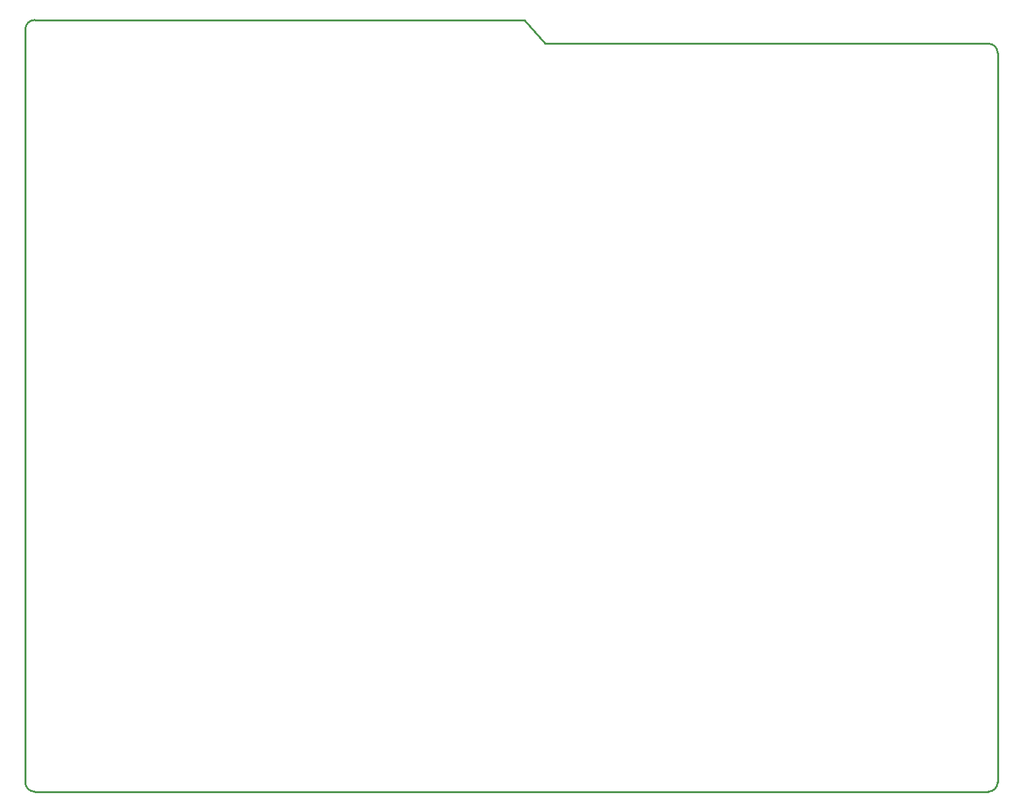
<source format=gko>
G04*
G04 #@! TF.GenerationSoftware,Altium Limited,Altium Designer,21.9.1 (22)*
G04*
G04 Layer_Color=16711935*
%FSLAX25Y25*%
%MOIN*%
G70*
G04*
G04 #@! TF.SameCoordinates,3683F5DD-B2EF-4FE9-AD71-088996B23F6A*
G04*
G04*
G04 #@! TF.FilePolarity,Positive*
G04*
G01*
G75*
%ADD11C,0.01000*%
D11*
X1226000Y858500D02*
G03*
X1221000Y863500I-5000J0D01*
G01*
Y467000D02*
G03*
X1226000Y472000I0J5000D01*
G01*
X710500D02*
G03*
X715500Y467000I5000J0D01*
G01*
Y876000D02*
G03*
X710500Y871000I0J-5000D01*
G01*
X975000Y876000D02*
X986000Y863500D01*
X1221000D01*
X1226000Y858500D02*
X1226000Y472000D01*
X715500Y467000D02*
X1221000D01*
X710500Y871000D02*
X710500Y472000D01*
X715500Y876000D02*
X975000D01*
M02*

</source>
